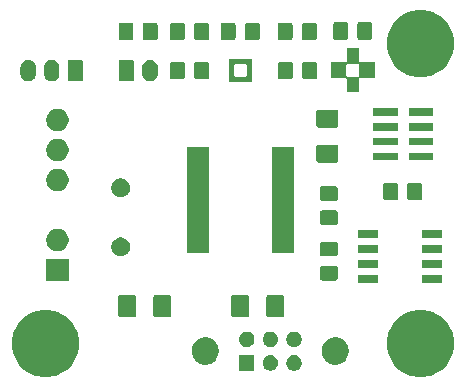
<source format=gts>
G04 #@! TF.GenerationSoftware,KiCad,Pcbnew,5.1.0*
G04 #@! TF.CreationDate,2019-04-18T22:06:34-04:00*
G04 #@! TF.ProjectId,sensors,73656e73-6f72-4732-9e6b-696361645f70,rev?*
G04 #@! TF.SameCoordinates,Original*
G04 #@! TF.FileFunction,Soldermask,Top*
G04 #@! TF.FilePolarity,Negative*
%FSLAX46Y46*%
G04 Gerber Fmt 4.6, Leading zero omitted, Abs format (unit mm)*
G04 Created by KiCad (PCBNEW 5.1.0) date 2019-04-18 22:06:34*
%MOMM*%
%LPD*%
G04 APERTURE LIST*
%ADD10C,0.100000*%
G04 APERTURE END LIST*
D10*
G36*
X162572958Y-88662236D02*
G01*
X162756548Y-88698754D01*
X162971447Y-88787769D01*
X163275359Y-88913653D01*
X163742279Y-89225639D01*
X164139361Y-89622721D01*
X164451347Y-90089641D01*
X164577231Y-90393553D01*
X164650108Y-90569491D01*
X164666246Y-90608453D01*
X164775800Y-91159219D01*
X164775800Y-91720781D01*
X164666246Y-92271547D01*
X164451347Y-92790359D01*
X164139361Y-93257279D01*
X163742279Y-93654361D01*
X163275359Y-93966347D01*
X162971447Y-94092231D01*
X162756548Y-94181246D01*
X162572958Y-94217764D01*
X162205781Y-94290800D01*
X161644219Y-94290800D01*
X161277042Y-94217764D01*
X161093452Y-94181246D01*
X160878553Y-94092231D01*
X160574641Y-93966347D01*
X160107721Y-93654361D01*
X159710639Y-93257279D01*
X159398653Y-92790359D01*
X159183754Y-92271547D01*
X159074200Y-91720781D01*
X159074200Y-91159219D01*
X159183754Y-90608453D01*
X159199893Y-90569491D01*
X159272769Y-90393553D01*
X159398653Y-90089641D01*
X159710639Y-89622721D01*
X160107721Y-89225639D01*
X160574641Y-88913653D01*
X160878553Y-88787769D01*
X161093452Y-88698754D01*
X161277042Y-88662236D01*
X161644219Y-88589200D01*
X162205781Y-88589200D01*
X162572958Y-88662236D01*
X162572958Y-88662236D01*
G37*
G36*
X130822958Y-88662236D02*
G01*
X131006548Y-88698754D01*
X131221447Y-88787769D01*
X131525359Y-88913653D01*
X131992279Y-89225639D01*
X132389361Y-89622721D01*
X132701347Y-90089641D01*
X132827231Y-90393553D01*
X132900108Y-90569491D01*
X132916246Y-90608453D01*
X133025800Y-91159219D01*
X133025800Y-91720781D01*
X132916246Y-92271547D01*
X132701347Y-92790359D01*
X132389361Y-93257279D01*
X131992279Y-93654361D01*
X131525359Y-93966347D01*
X131221447Y-94092231D01*
X131006548Y-94181246D01*
X130822958Y-94217764D01*
X130455781Y-94290800D01*
X129894219Y-94290800D01*
X129527042Y-94217764D01*
X129343452Y-94181246D01*
X129128553Y-94092231D01*
X128824641Y-93966347D01*
X128357721Y-93654361D01*
X127960639Y-93257279D01*
X127648653Y-92790359D01*
X127433754Y-92271547D01*
X127324200Y-91720781D01*
X127324200Y-91159219D01*
X127433754Y-90608453D01*
X127449893Y-90569491D01*
X127522769Y-90393553D01*
X127648653Y-90089641D01*
X127960639Y-89622721D01*
X128357721Y-89225639D01*
X128824641Y-88913653D01*
X129128553Y-88787769D01*
X129343452Y-88698754D01*
X129527042Y-88662236D01*
X129894219Y-88589200D01*
X130455781Y-88589200D01*
X130822958Y-88662236D01*
X130822958Y-88662236D01*
G37*
G36*
X149414830Y-92449209D02*
G01*
X149533271Y-92498269D01*
X149639858Y-92569488D01*
X149730512Y-92660142D01*
X149801731Y-92766729D01*
X149850791Y-92885170D01*
X149875800Y-93010900D01*
X149875800Y-93139100D01*
X149850791Y-93264830D01*
X149801731Y-93383271D01*
X149730512Y-93489858D01*
X149639858Y-93580512D01*
X149533271Y-93651731D01*
X149414830Y-93700791D01*
X149289100Y-93725800D01*
X149160900Y-93725800D01*
X149035170Y-93700791D01*
X148916729Y-93651731D01*
X148810142Y-93580512D01*
X148719488Y-93489858D01*
X148648269Y-93383271D01*
X148599209Y-93264830D01*
X148574200Y-93139100D01*
X148574200Y-93010900D01*
X148599209Y-92885170D01*
X148648269Y-92766729D01*
X148719488Y-92660142D01*
X148810142Y-92569488D01*
X148916729Y-92498269D01*
X149035170Y-92449209D01*
X149160900Y-92424200D01*
X149289100Y-92424200D01*
X149414830Y-92449209D01*
X149414830Y-92449209D01*
G37*
G36*
X147875800Y-93725800D02*
G01*
X146574200Y-93725800D01*
X146574200Y-92424200D01*
X147875800Y-92424200D01*
X147875800Y-93725800D01*
X147875800Y-93725800D01*
G37*
G36*
X151414830Y-92449209D02*
G01*
X151533271Y-92498269D01*
X151639858Y-92569488D01*
X151730512Y-92660142D01*
X151801731Y-92766729D01*
X151850791Y-92885170D01*
X151875800Y-93010900D01*
X151875800Y-93139100D01*
X151850791Y-93264830D01*
X151801731Y-93383271D01*
X151730512Y-93489858D01*
X151639858Y-93580512D01*
X151533271Y-93651731D01*
X151414830Y-93700791D01*
X151289100Y-93725800D01*
X151160900Y-93725800D01*
X151035170Y-93700791D01*
X150916729Y-93651731D01*
X150810142Y-93580512D01*
X150719488Y-93489858D01*
X150648269Y-93383271D01*
X150599209Y-93264830D01*
X150574200Y-93139100D01*
X150574200Y-93010900D01*
X150599209Y-92885170D01*
X150648269Y-92766729D01*
X150719488Y-92660142D01*
X150810142Y-92569488D01*
X150916729Y-92498269D01*
X151035170Y-92449209D01*
X151160900Y-92424200D01*
X151289100Y-92424200D01*
X151414830Y-92449209D01*
X151414830Y-92449209D01*
G37*
G36*
X155060675Y-90968424D02*
G01*
X155147425Y-91004357D01*
X155270108Y-91055174D01*
X155458592Y-91181115D01*
X155618885Y-91341408D01*
X155744826Y-91529892D01*
X155765792Y-91580509D01*
X155831576Y-91739325D01*
X155875800Y-91961655D01*
X155875800Y-92188345D01*
X155831576Y-92410675D01*
X155815614Y-92449210D01*
X155744826Y-92620108D01*
X155618885Y-92808592D01*
X155458592Y-92968885D01*
X155270108Y-93094826D01*
X155163225Y-93139098D01*
X155060675Y-93181576D01*
X154838345Y-93225800D01*
X154611655Y-93225800D01*
X154389325Y-93181576D01*
X154286775Y-93139098D01*
X154179892Y-93094826D01*
X153991408Y-92968885D01*
X153831115Y-92808592D01*
X153705174Y-92620108D01*
X153634386Y-92449210D01*
X153618424Y-92410675D01*
X153574200Y-92188345D01*
X153574200Y-91961655D01*
X153618424Y-91739325D01*
X153684208Y-91580509D01*
X153705174Y-91529892D01*
X153831115Y-91341408D01*
X153991408Y-91181115D01*
X154179892Y-91055174D01*
X154302575Y-91004357D01*
X154389325Y-90968424D01*
X154611655Y-90924200D01*
X154838345Y-90924200D01*
X155060675Y-90968424D01*
X155060675Y-90968424D01*
G37*
G36*
X144060675Y-90968424D02*
G01*
X144147425Y-91004357D01*
X144270108Y-91055174D01*
X144458592Y-91181115D01*
X144618885Y-91341408D01*
X144744826Y-91529892D01*
X144765792Y-91580509D01*
X144831576Y-91739325D01*
X144875800Y-91961655D01*
X144875800Y-92188345D01*
X144831576Y-92410675D01*
X144815614Y-92449210D01*
X144744826Y-92620108D01*
X144618885Y-92808592D01*
X144458592Y-92968885D01*
X144270108Y-93094826D01*
X144163225Y-93139098D01*
X144060675Y-93181576D01*
X143838345Y-93225800D01*
X143611655Y-93225800D01*
X143389325Y-93181576D01*
X143286775Y-93139098D01*
X143179892Y-93094826D01*
X142991408Y-92968885D01*
X142831115Y-92808592D01*
X142705174Y-92620108D01*
X142634386Y-92449210D01*
X142618424Y-92410675D01*
X142574200Y-92188345D01*
X142574200Y-91961655D01*
X142618424Y-91739325D01*
X142684208Y-91580509D01*
X142705174Y-91529892D01*
X142831115Y-91341408D01*
X142991408Y-91181115D01*
X143179892Y-91055174D01*
X143302575Y-91004357D01*
X143389325Y-90968424D01*
X143611655Y-90924200D01*
X143838345Y-90924200D01*
X144060675Y-90968424D01*
X144060675Y-90968424D01*
G37*
G36*
X149414830Y-90449209D02*
G01*
X149533271Y-90498269D01*
X149639858Y-90569488D01*
X149730512Y-90660142D01*
X149801731Y-90766729D01*
X149850791Y-90885170D01*
X149875800Y-91010900D01*
X149875800Y-91139100D01*
X149850791Y-91264830D01*
X149801731Y-91383271D01*
X149730512Y-91489858D01*
X149639858Y-91580512D01*
X149533271Y-91651731D01*
X149414830Y-91700791D01*
X149289100Y-91725800D01*
X149160900Y-91725800D01*
X149035170Y-91700791D01*
X148916729Y-91651731D01*
X148810142Y-91580512D01*
X148719488Y-91489858D01*
X148648269Y-91383271D01*
X148599209Y-91264830D01*
X148574200Y-91139100D01*
X148574200Y-91010900D01*
X148599209Y-90885170D01*
X148648269Y-90766729D01*
X148719488Y-90660142D01*
X148810142Y-90569488D01*
X148916729Y-90498269D01*
X149035170Y-90449209D01*
X149160900Y-90424200D01*
X149289100Y-90424200D01*
X149414830Y-90449209D01*
X149414830Y-90449209D01*
G37*
G36*
X151414830Y-90449209D02*
G01*
X151533271Y-90498269D01*
X151639858Y-90569488D01*
X151730512Y-90660142D01*
X151801731Y-90766729D01*
X151850791Y-90885170D01*
X151875800Y-91010900D01*
X151875800Y-91139100D01*
X151850791Y-91264830D01*
X151801731Y-91383271D01*
X151730512Y-91489858D01*
X151639858Y-91580512D01*
X151533271Y-91651731D01*
X151414830Y-91700791D01*
X151289100Y-91725800D01*
X151160900Y-91725800D01*
X151035170Y-91700791D01*
X150916729Y-91651731D01*
X150810142Y-91580512D01*
X150719488Y-91489858D01*
X150648269Y-91383271D01*
X150599209Y-91264830D01*
X150574200Y-91139100D01*
X150574200Y-91010900D01*
X150599209Y-90885170D01*
X150648269Y-90766729D01*
X150719488Y-90660142D01*
X150810142Y-90569488D01*
X150916729Y-90498269D01*
X151035170Y-90449209D01*
X151160900Y-90424200D01*
X151289100Y-90424200D01*
X151414830Y-90449209D01*
X151414830Y-90449209D01*
G37*
G36*
X147414830Y-90449209D02*
G01*
X147533271Y-90498269D01*
X147639858Y-90569488D01*
X147730512Y-90660142D01*
X147801731Y-90766729D01*
X147850791Y-90885170D01*
X147875800Y-91010900D01*
X147875800Y-91139100D01*
X147850791Y-91264830D01*
X147801731Y-91383271D01*
X147730512Y-91489858D01*
X147639858Y-91580512D01*
X147533271Y-91651731D01*
X147414830Y-91700791D01*
X147289100Y-91725800D01*
X147160900Y-91725800D01*
X147035170Y-91700791D01*
X146916729Y-91651731D01*
X146810142Y-91580512D01*
X146719488Y-91489858D01*
X146648269Y-91383271D01*
X146599209Y-91264830D01*
X146574200Y-91139100D01*
X146574200Y-91010900D01*
X146599209Y-90885170D01*
X146648269Y-90766729D01*
X146719488Y-90660142D01*
X146810142Y-90569488D01*
X146916729Y-90498269D01*
X147035170Y-90449209D01*
X147160900Y-90424200D01*
X147289100Y-90424200D01*
X147414830Y-90449209D01*
X147414830Y-90449209D01*
G37*
G36*
X140693919Y-87343380D02*
G01*
X140728822Y-87353969D01*
X140760996Y-87371166D01*
X140789194Y-87394306D01*
X140812334Y-87422504D01*
X140829531Y-87454678D01*
X140840120Y-87489581D01*
X140844300Y-87532025D01*
X140844300Y-88997975D01*
X140840120Y-89040419D01*
X140829531Y-89075322D01*
X140812334Y-89107496D01*
X140789194Y-89135694D01*
X140760996Y-89158834D01*
X140728822Y-89176031D01*
X140693919Y-89186620D01*
X140651475Y-89190800D01*
X139510525Y-89190800D01*
X139468081Y-89186620D01*
X139433178Y-89176031D01*
X139401004Y-89158834D01*
X139372806Y-89135694D01*
X139349666Y-89107496D01*
X139332469Y-89075322D01*
X139321880Y-89040419D01*
X139317700Y-88997975D01*
X139317700Y-87532025D01*
X139321880Y-87489581D01*
X139332469Y-87454678D01*
X139349666Y-87422504D01*
X139372806Y-87394306D01*
X139401004Y-87371166D01*
X139433178Y-87353969D01*
X139468081Y-87343380D01*
X139510525Y-87339200D01*
X140651475Y-87339200D01*
X140693919Y-87343380D01*
X140693919Y-87343380D01*
G37*
G36*
X137718919Y-87343380D02*
G01*
X137753822Y-87353969D01*
X137785996Y-87371166D01*
X137814194Y-87394306D01*
X137837334Y-87422504D01*
X137854531Y-87454678D01*
X137865120Y-87489581D01*
X137869300Y-87532025D01*
X137869300Y-88997975D01*
X137865120Y-89040419D01*
X137854531Y-89075322D01*
X137837334Y-89107496D01*
X137814194Y-89135694D01*
X137785996Y-89158834D01*
X137753822Y-89176031D01*
X137718919Y-89186620D01*
X137676475Y-89190800D01*
X136535525Y-89190800D01*
X136493081Y-89186620D01*
X136458178Y-89176031D01*
X136426004Y-89158834D01*
X136397806Y-89135694D01*
X136374666Y-89107496D01*
X136357469Y-89075322D01*
X136346880Y-89040419D01*
X136342700Y-88997975D01*
X136342700Y-87532025D01*
X136346880Y-87489581D01*
X136357469Y-87454678D01*
X136374666Y-87422504D01*
X136397806Y-87394306D01*
X136426004Y-87371166D01*
X136458178Y-87353969D01*
X136493081Y-87343380D01*
X136535525Y-87339200D01*
X137676475Y-87339200D01*
X137718919Y-87343380D01*
X137718919Y-87343380D01*
G37*
G36*
X147294719Y-87343380D02*
G01*
X147329622Y-87353969D01*
X147361796Y-87371166D01*
X147389994Y-87394306D01*
X147413134Y-87422504D01*
X147430331Y-87454678D01*
X147440920Y-87489581D01*
X147445100Y-87532025D01*
X147445100Y-88997975D01*
X147440920Y-89040419D01*
X147430331Y-89075322D01*
X147413134Y-89107496D01*
X147389994Y-89135694D01*
X147361796Y-89158834D01*
X147329622Y-89176031D01*
X147294719Y-89186620D01*
X147252275Y-89190800D01*
X146111325Y-89190800D01*
X146068881Y-89186620D01*
X146033978Y-89176031D01*
X146001804Y-89158834D01*
X145973606Y-89135694D01*
X145950466Y-89107496D01*
X145933269Y-89075322D01*
X145922680Y-89040419D01*
X145918500Y-88997975D01*
X145918500Y-87532025D01*
X145922680Y-87489581D01*
X145933269Y-87454678D01*
X145950466Y-87422504D01*
X145973606Y-87394306D01*
X146001804Y-87371166D01*
X146033978Y-87353969D01*
X146068881Y-87343380D01*
X146111325Y-87339200D01*
X147252275Y-87339200D01*
X147294719Y-87343380D01*
X147294719Y-87343380D01*
G37*
G36*
X150269719Y-87343380D02*
G01*
X150304622Y-87353969D01*
X150336796Y-87371166D01*
X150364994Y-87394306D01*
X150388134Y-87422504D01*
X150405331Y-87454678D01*
X150415920Y-87489581D01*
X150420100Y-87532025D01*
X150420100Y-88997975D01*
X150415920Y-89040419D01*
X150405331Y-89075322D01*
X150388134Y-89107496D01*
X150364994Y-89135694D01*
X150336796Y-89158834D01*
X150304622Y-89176031D01*
X150269719Y-89186620D01*
X150227275Y-89190800D01*
X149086325Y-89190800D01*
X149043881Y-89186620D01*
X149008978Y-89176031D01*
X148976804Y-89158834D01*
X148948606Y-89135694D01*
X148925466Y-89107496D01*
X148908269Y-89075322D01*
X148897680Y-89040419D01*
X148893500Y-88997975D01*
X148893500Y-87532025D01*
X148897680Y-87489581D01*
X148908269Y-87454678D01*
X148925466Y-87422504D01*
X148948606Y-87394306D01*
X148976804Y-87371166D01*
X149008978Y-87353969D01*
X149043881Y-87343380D01*
X149086325Y-87339200D01*
X150227275Y-87339200D01*
X150269719Y-87343380D01*
X150269719Y-87343380D01*
G37*
G36*
X163731200Y-86304400D02*
G01*
X162079600Y-86304400D01*
X162079600Y-85602800D01*
X163731200Y-85602800D01*
X163731200Y-86304400D01*
X163731200Y-86304400D01*
G37*
G36*
X158331200Y-86304400D02*
G01*
X156679600Y-86304400D01*
X156679600Y-85602800D01*
X158331200Y-85602800D01*
X158331200Y-86304400D01*
X158331200Y-86304400D01*
G37*
G36*
X132141800Y-86167800D02*
G01*
X130240200Y-86167800D01*
X130240200Y-84266200D01*
X132141800Y-84266200D01*
X132141800Y-86167800D01*
X132141800Y-86167800D01*
G37*
G36*
X154766544Y-84858663D02*
G01*
X154804220Y-84870092D01*
X154838941Y-84888651D01*
X154869374Y-84913626D01*
X154894349Y-84944059D01*
X154912908Y-84978780D01*
X154924337Y-85016456D01*
X154928800Y-85061772D01*
X154928800Y-85898228D01*
X154924337Y-85943544D01*
X154912908Y-85981220D01*
X154894349Y-86015941D01*
X154869374Y-86046374D01*
X154838941Y-86071349D01*
X154804220Y-86089908D01*
X154766544Y-86101337D01*
X154721228Y-86105800D01*
X153634772Y-86105800D01*
X153589456Y-86101337D01*
X153551780Y-86089908D01*
X153517059Y-86071349D01*
X153486626Y-86046374D01*
X153461651Y-86015941D01*
X153443092Y-85981220D01*
X153431663Y-85943544D01*
X153427200Y-85898228D01*
X153427200Y-85061772D01*
X153431663Y-85016456D01*
X153443092Y-84978780D01*
X153461651Y-84944059D01*
X153486626Y-84913626D01*
X153517059Y-84888651D01*
X153551780Y-84870092D01*
X153589456Y-84858663D01*
X153634772Y-84854200D01*
X154721228Y-84854200D01*
X154766544Y-84858663D01*
X154766544Y-84858663D01*
G37*
G36*
X158331200Y-85034400D02*
G01*
X156679600Y-85034400D01*
X156679600Y-84332800D01*
X158331200Y-84332800D01*
X158331200Y-85034400D01*
X158331200Y-85034400D01*
G37*
G36*
X163731200Y-85034400D02*
G01*
X162079600Y-85034400D01*
X162079600Y-84332800D01*
X163731200Y-84332800D01*
X163731200Y-85034400D01*
X163731200Y-85034400D01*
G37*
G36*
X136783985Y-82491174D02*
G01*
X136929721Y-82551540D01*
X137060880Y-82639178D01*
X137172422Y-82750720D01*
X137247864Y-82863626D01*
X137260061Y-82881881D01*
X137320426Y-83027615D01*
X137340269Y-83127371D01*
X137351200Y-83182328D01*
X137351200Y-83340072D01*
X137320426Y-83494785D01*
X137260060Y-83640521D01*
X137172422Y-83771680D01*
X137060880Y-83883222D01*
X136929721Y-83970860D01*
X136929720Y-83970861D01*
X136929719Y-83970861D01*
X136783985Y-84031226D01*
X136629273Y-84062000D01*
X136471527Y-84062000D01*
X136316815Y-84031226D01*
X136171081Y-83970861D01*
X136171080Y-83970861D01*
X136171079Y-83970860D01*
X136039920Y-83883222D01*
X135928378Y-83771680D01*
X135840740Y-83640521D01*
X135780374Y-83494785D01*
X135749600Y-83340072D01*
X135749600Y-83182328D01*
X135760532Y-83127371D01*
X135780374Y-83027615D01*
X135840739Y-82881881D01*
X135852937Y-82863626D01*
X135928378Y-82750720D01*
X136039920Y-82639178D01*
X136171079Y-82551540D01*
X136316815Y-82491174D01*
X136471527Y-82460400D01*
X136629273Y-82460400D01*
X136783985Y-82491174D01*
X136783985Y-82491174D01*
G37*
G36*
X154766544Y-82808663D02*
G01*
X154804220Y-82820092D01*
X154838941Y-82838651D01*
X154869374Y-82863626D01*
X154894349Y-82894059D01*
X154912908Y-82928780D01*
X154924337Y-82966456D01*
X154928800Y-83011772D01*
X154928800Y-83848228D01*
X154924337Y-83893544D01*
X154912908Y-83931220D01*
X154894349Y-83965941D01*
X154869374Y-83996374D01*
X154838941Y-84021349D01*
X154804220Y-84039908D01*
X154766544Y-84051337D01*
X154721228Y-84055800D01*
X153634772Y-84055800D01*
X153589456Y-84051337D01*
X153551780Y-84039908D01*
X153517059Y-84021349D01*
X153486626Y-83996374D01*
X153461651Y-83965941D01*
X153443092Y-83931220D01*
X153431663Y-83893544D01*
X153427200Y-83848228D01*
X153427200Y-83011772D01*
X153431663Y-82966456D01*
X153443092Y-82928780D01*
X153461651Y-82894059D01*
X153486626Y-82863626D01*
X153517059Y-82838651D01*
X153551780Y-82820092D01*
X153589456Y-82808663D01*
X153634772Y-82804200D01*
X154721228Y-82804200D01*
X154766544Y-82808663D01*
X154766544Y-82808663D01*
G37*
G36*
X151236200Y-83799600D02*
G01*
X149384600Y-83799600D01*
X149384600Y-74798000D01*
X151236200Y-74798000D01*
X151236200Y-83799600D01*
X151236200Y-83799600D01*
G37*
G36*
X144036200Y-83799600D02*
G01*
X142184600Y-83799600D01*
X142184600Y-74798000D01*
X144036200Y-74798000D01*
X144036200Y-83799600D01*
X144036200Y-83799600D01*
G37*
G36*
X158331200Y-83764400D02*
G01*
X156679600Y-83764400D01*
X156679600Y-83062800D01*
X158331200Y-83062800D01*
X158331200Y-83764400D01*
X158331200Y-83764400D01*
G37*
G36*
X163731200Y-83764400D02*
G01*
X162079600Y-83764400D01*
X162079600Y-83062800D01*
X163731200Y-83062800D01*
X163731200Y-83764400D01*
X163731200Y-83764400D01*
G37*
G36*
X131468338Y-81762738D02*
G01*
X131641373Y-81834412D01*
X131797100Y-81938465D01*
X131929535Y-82070900D01*
X132033588Y-82226627D01*
X132105262Y-82399662D01*
X132141800Y-82583354D01*
X132141800Y-82770646D01*
X132105262Y-82954338D01*
X132033588Y-83127373D01*
X131929535Y-83283100D01*
X131797100Y-83415535D01*
X131641373Y-83519588D01*
X131468338Y-83591262D01*
X131284646Y-83627800D01*
X131097354Y-83627800D01*
X130913662Y-83591262D01*
X130740627Y-83519588D01*
X130584900Y-83415535D01*
X130452465Y-83283100D01*
X130348412Y-83127373D01*
X130276738Y-82954338D01*
X130240200Y-82770646D01*
X130240200Y-82583354D01*
X130276738Y-82399662D01*
X130348412Y-82226627D01*
X130452465Y-82070900D01*
X130584900Y-81938465D01*
X130740627Y-81834412D01*
X130913662Y-81762738D01*
X131097354Y-81726200D01*
X131284646Y-81726200D01*
X131468338Y-81762738D01*
X131468338Y-81762738D01*
G37*
G36*
X163731200Y-82494400D02*
G01*
X162079600Y-82494400D01*
X162079600Y-81792800D01*
X163731200Y-81792800D01*
X163731200Y-82494400D01*
X163731200Y-82494400D01*
G37*
G36*
X158331200Y-82494400D02*
G01*
X156679600Y-82494400D01*
X156679600Y-81792800D01*
X158331200Y-81792800D01*
X158331200Y-82494400D01*
X158331200Y-82494400D01*
G37*
G36*
X154766544Y-80168663D02*
G01*
X154804220Y-80180092D01*
X154838941Y-80198651D01*
X154869374Y-80223626D01*
X154894349Y-80254059D01*
X154912908Y-80288780D01*
X154924337Y-80326456D01*
X154928800Y-80371772D01*
X154928800Y-81208228D01*
X154924337Y-81253544D01*
X154912908Y-81291220D01*
X154894349Y-81325941D01*
X154869374Y-81356374D01*
X154838941Y-81381349D01*
X154804220Y-81399908D01*
X154766544Y-81411337D01*
X154721228Y-81415800D01*
X153634772Y-81415800D01*
X153589456Y-81411337D01*
X153551780Y-81399908D01*
X153517059Y-81381349D01*
X153486626Y-81356374D01*
X153461651Y-81325941D01*
X153443092Y-81291220D01*
X153431663Y-81253544D01*
X153427200Y-81208228D01*
X153427200Y-80371772D01*
X153431663Y-80326456D01*
X153443092Y-80288780D01*
X153461651Y-80254059D01*
X153486626Y-80223626D01*
X153517059Y-80198651D01*
X153551780Y-80180092D01*
X153589456Y-80168663D01*
X153634772Y-80164200D01*
X154721228Y-80164200D01*
X154766544Y-80168663D01*
X154766544Y-80168663D01*
G37*
G36*
X154766544Y-78118663D02*
G01*
X154804220Y-78130092D01*
X154838941Y-78148651D01*
X154869374Y-78173626D01*
X154894349Y-78204059D01*
X154912908Y-78238780D01*
X154924337Y-78276456D01*
X154928800Y-78321772D01*
X154928800Y-79158228D01*
X154924337Y-79203544D01*
X154912908Y-79241220D01*
X154894349Y-79275941D01*
X154869374Y-79306374D01*
X154838941Y-79331349D01*
X154804220Y-79349908D01*
X154766544Y-79361337D01*
X154721228Y-79365800D01*
X153634772Y-79365800D01*
X153589456Y-79361337D01*
X153551780Y-79349908D01*
X153517059Y-79331349D01*
X153486626Y-79306374D01*
X153461651Y-79275941D01*
X153443092Y-79241220D01*
X153431663Y-79203544D01*
X153427200Y-79158228D01*
X153427200Y-78321772D01*
X153431663Y-78276456D01*
X153443092Y-78238780D01*
X153461651Y-78204059D01*
X153486626Y-78173626D01*
X153517059Y-78148651D01*
X153551780Y-78130092D01*
X153589456Y-78118663D01*
X153634772Y-78114200D01*
X154721228Y-78114200D01*
X154766544Y-78118663D01*
X154766544Y-78118663D01*
G37*
G36*
X161914944Y-77815863D02*
G01*
X161952620Y-77827292D01*
X161987341Y-77845851D01*
X162017774Y-77870826D01*
X162042749Y-77901259D01*
X162061308Y-77935980D01*
X162072737Y-77973656D01*
X162077200Y-78018972D01*
X162077200Y-79105428D01*
X162072737Y-79150744D01*
X162061308Y-79188420D01*
X162042749Y-79223141D01*
X162017774Y-79253574D01*
X161987341Y-79278549D01*
X161952620Y-79297108D01*
X161914944Y-79308537D01*
X161869628Y-79313000D01*
X161033172Y-79313000D01*
X160987856Y-79308537D01*
X160950180Y-79297108D01*
X160915459Y-79278549D01*
X160885026Y-79253574D01*
X160860051Y-79223141D01*
X160841492Y-79188420D01*
X160830063Y-79150744D01*
X160825600Y-79105428D01*
X160825600Y-78018972D01*
X160830063Y-77973656D01*
X160841492Y-77935980D01*
X160860051Y-77901259D01*
X160885026Y-77870826D01*
X160915459Y-77845851D01*
X160950180Y-77827292D01*
X160987856Y-77815863D01*
X161033172Y-77811400D01*
X161869628Y-77811400D01*
X161914944Y-77815863D01*
X161914944Y-77815863D01*
G37*
G36*
X159864944Y-77815863D02*
G01*
X159902620Y-77827292D01*
X159937341Y-77845851D01*
X159967774Y-77870826D01*
X159992749Y-77901259D01*
X160011308Y-77935980D01*
X160022737Y-77973656D01*
X160027200Y-78018972D01*
X160027200Y-79105428D01*
X160022737Y-79150744D01*
X160011308Y-79188420D01*
X159992749Y-79223141D01*
X159967774Y-79253574D01*
X159937341Y-79278549D01*
X159902620Y-79297108D01*
X159864944Y-79308537D01*
X159819628Y-79313000D01*
X158983172Y-79313000D01*
X158937856Y-79308537D01*
X158900180Y-79297108D01*
X158865459Y-79278549D01*
X158835026Y-79253574D01*
X158810051Y-79223141D01*
X158791492Y-79188420D01*
X158780063Y-79150744D01*
X158775600Y-79105428D01*
X158775600Y-78018972D01*
X158780063Y-77973656D01*
X158791492Y-77935980D01*
X158810051Y-77901259D01*
X158835026Y-77870826D01*
X158865459Y-77845851D01*
X158900180Y-77827292D01*
X158937856Y-77815863D01*
X158983172Y-77811400D01*
X159819628Y-77811400D01*
X159864944Y-77815863D01*
X159864944Y-77815863D01*
G37*
G36*
X136783985Y-77491174D02*
G01*
X136929721Y-77551540D01*
X137060880Y-77639178D01*
X137172422Y-77750720D01*
X137255021Y-77874337D01*
X137260061Y-77881881D01*
X137288111Y-77949600D01*
X137320426Y-78027615D01*
X137351200Y-78182328D01*
X137351200Y-78340072D01*
X137320426Y-78494785D01*
X137260060Y-78640521D01*
X137172422Y-78771680D01*
X137060880Y-78883222D01*
X136929721Y-78970860D01*
X136929720Y-78970861D01*
X136929719Y-78970861D01*
X136783985Y-79031226D01*
X136629273Y-79062000D01*
X136471527Y-79062000D01*
X136316815Y-79031226D01*
X136171081Y-78970861D01*
X136171080Y-78970861D01*
X136171079Y-78970860D01*
X136039920Y-78883222D01*
X135928378Y-78771680D01*
X135840740Y-78640521D01*
X135780374Y-78494785D01*
X135749600Y-78340072D01*
X135749600Y-78182328D01*
X135780374Y-78027615D01*
X135812689Y-77949600D01*
X135840739Y-77881881D01*
X135845780Y-77874337D01*
X135928378Y-77750720D01*
X136039920Y-77639178D01*
X136171079Y-77551540D01*
X136316815Y-77491174D01*
X136471527Y-77460400D01*
X136629273Y-77460400D01*
X136783985Y-77491174D01*
X136783985Y-77491174D01*
G37*
G36*
X131468338Y-76682738D02*
G01*
X131641373Y-76754412D01*
X131797100Y-76858465D01*
X131929535Y-76990900D01*
X132033588Y-77146627D01*
X132105262Y-77319662D01*
X132141800Y-77503354D01*
X132141800Y-77690646D01*
X132105262Y-77874338D01*
X132033588Y-78047373D01*
X131929535Y-78203100D01*
X131797100Y-78335535D01*
X131641373Y-78439588D01*
X131468338Y-78511262D01*
X131284646Y-78547800D01*
X131097354Y-78547800D01*
X130913662Y-78511262D01*
X130740627Y-78439588D01*
X130584900Y-78335535D01*
X130452465Y-78203100D01*
X130348412Y-78047373D01*
X130276738Y-77874338D01*
X130240200Y-77690646D01*
X130240200Y-77503354D01*
X130276738Y-77319662D01*
X130348412Y-77146627D01*
X130452465Y-76990900D01*
X130584900Y-76858465D01*
X130740627Y-76754412D01*
X130913662Y-76682738D01*
X131097354Y-76646200D01*
X131284646Y-76646200D01*
X131468338Y-76682738D01*
X131468338Y-76682738D01*
G37*
G36*
X154826419Y-74605880D02*
G01*
X154861322Y-74616469D01*
X154893496Y-74633666D01*
X154921694Y-74656806D01*
X154944834Y-74685004D01*
X154962031Y-74717178D01*
X154972620Y-74752081D01*
X154976800Y-74794525D01*
X154976800Y-75935475D01*
X154972620Y-75977919D01*
X154962031Y-76012822D01*
X154944834Y-76044996D01*
X154921694Y-76073194D01*
X154893496Y-76096334D01*
X154861322Y-76113531D01*
X154826419Y-76124120D01*
X154783975Y-76128300D01*
X153318025Y-76128300D01*
X153275581Y-76124120D01*
X153240678Y-76113531D01*
X153208504Y-76096334D01*
X153180306Y-76073194D01*
X153157166Y-76044996D01*
X153139969Y-76012822D01*
X153129380Y-75977919D01*
X153125200Y-75935475D01*
X153125200Y-74794525D01*
X153129380Y-74752081D01*
X153139969Y-74717178D01*
X153157166Y-74685004D01*
X153180306Y-74656806D01*
X153208504Y-74633666D01*
X153240678Y-74616469D01*
X153275581Y-74605880D01*
X153318025Y-74601700D01*
X154783975Y-74601700D01*
X154826419Y-74605880D01*
X154826419Y-74605880D01*
G37*
G36*
X131468338Y-74142738D02*
G01*
X131641373Y-74214412D01*
X131797100Y-74318465D01*
X131929535Y-74450900D01*
X132033588Y-74606627D01*
X132105262Y-74779662D01*
X132141800Y-74963354D01*
X132141800Y-75150646D01*
X132105262Y-75334338D01*
X132033588Y-75507373D01*
X131929535Y-75663100D01*
X131797100Y-75795535D01*
X131641373Y-75899588D01*
X131468338Y-75971262D01*
X131284646Y-76007800D01*
X131097354Y-76007800D01*
X130913662Y-75971262D01*
X130740627Y-75899588D01*
X130584900Y-75795535D01*
X130452465Y-75663100D01*
X130348412Y-75507373D01*
X130276738Y-75334338D01*
X130240200Y-75150646D01*
X130240200Y-74963354D01*
X130276738Y-74779662D01*
X130348412Y-74606627D01*
X130452465Y-74450900D01*
X130584900Y-74318465D01*
X130740627Y-74214412D01*
X130913662Y-74142738D01*
X131097354Y-74106200D01*
X131284646Y-74106200D01*
X131468338Y-74142738D01*
X131468338Y-74142738D01*
G37*
G36*
X160026600Y-75922400D02*
G01*
X157925000Y-75922400D01*
X157925000Y-75290800D01*
X160026600Y-75290800D01*
X160026600Y-75922400D01*
X160026600Y-75922400D01*
G37*
G36*
X163026600Y-75922400D02*
G01*
X160925000Y-75922400D01*
X160925000Y-75290800D01*
X163026600Y-75290800D01*
X163026600Y-75922400D01*
X163026600Y-75922400D01*
G37*
G36*
X160026600Y-74672400D02*
G01*
X157925000Y-74672400D01*
X157925000Y-74040800D01*
X160026600Y-74040800D01*
X160026600Y-74672400D01*
X160026600Y-74672400D01*
G37*
G36*
X163026600Y-74672400D02*
G01*
X160925000Y-74672400D01*
X160925000Y-74040800D01*
X163026600Y-74040800D01*
X163026600Y-74672400D01*
X163026600Y-74672400D01*
G37*
G36*
X131468338Y-71602738D02*
G01*
X131641373Y-71674412D01*
X131797100Y-71778465D01*
X131929535Y-71910900D01*
X132033588Y-72066627D01*
X132105262Y-72239662D01*
X132141800Y-72423354D01*
X132141800Y-72610646D01*
X132105262Y-72794338D01*
X132033588Y-72967373D01*
X131929535Y-73123100D01*
X131797100Y-73255535D01*
X131641373Y-73359588D01*
X131468338Y-73431262D01*
X131284646Y-73467800D01*
X131097354Y-73467800D01*
X130913662Y-73431262D01*
X130740627Y-73359588D01*
X130584900Y-73255535D01*
X130452465Y-73123100D01*
X130348412Y-72967373D01*
X130276738Y-72794338D01*
X130240200Y-72610646D01*
X130240200Y-72423354D01*
X130276738Y-72239662D01*
X130348412Y-72066627D01*
X130452465Y-71910900D01*
X130584900Y-71778465D01*
X130740627Y-71674412D01*
X130913662Y-71602738D01*
X131097354Y-71566200D01*
X131284646Y-71566200D01*
X131468338Y-71602738D01*
X131468338Y-71602738D01*
G37*
G36*
X163026600Y-73422400D02*
G01*
X160925000Y-73422400D01*
X160925000Y-72790800D01*
X163026600Y-72790800D01*
X163026600Y-73422400D01*
X163026600Y-73422400D01*
G37*
G36*
X160026600Y-73422400D02*
G01*
X157925000Y-73422400D01*
X157925000Y-72790800D01*
X160026600Y-72790800D01*
X160026600Y-73422400D01*
X160026600Y-73422400D01*
G37*
G36*
X154826419Y-71630880D02*
G01*
X154861322Y-71641469D01*
X154893496Y-71658666D01*
X154921694Y-71681806D01*
X154944834Y-71710004D01*
X154962031Y-71742178D01*
X154972620Y-71777081D01*
X154976800Y-71819525D01*
X154976800Y-72960475D01*
X154972620Y-73002919D01*
X154962031Y-73037822D01*
X154944834Y-73069996D01*
X154921694Y-73098194D01*
X154893496Y-73121334D01*
X154861322Y-73138531D01*
X154826419Y-73149120D01*
X154783975Y-73153300D01*
X153318025Y-73153300D01*
X153275581Y-73149120D01*
X153240678Y-73138531D01*
X153208504Y-73121334D01*
X153180306Y-73098194D01*
X153157166Y-73069996D01*
X153139969Y-73037822D01*
X153129380Y-73002919D01*
X153125200Y-72960475D01*
X153125200Y-71819525D01*
X153129380Y-71777081D01*
X153139969Y-71742178D01*
X153157166Y-71710004D01*
X153180306Y-71681806D01*
X153208504Y-71658666D01*
X153240678Y-71641469D01*
X153275581Y-71630880D01*
X153318025Y-71626700D01*
X154783975Y-71626700D01*
X154826419Y-71630880D01*
X154826419Y-71630880D01*
G37*
G36*
X160026600Y-72172400D02*
G01*
X157925000Y-72172400D01*
X157925000Y-71540800D01*
X160026600Y-71540800D01*
X160026600Y-72172400D01*
X160026600Y-72172400D01*
G37*
G36*
X163026600Y-72172400D02*
G01*
X160925000Y-72172400D01*
X160925000Y-71540800D01*
X163026600Y-71540800D01*
X163026600Y-72172400D01*
X163026600Y-72172400D01*
G37*
G36*
X156710800Y-67493601D02*
G01*
X156713202Y-67517987D01*
X156720315Y-67541436D01*
X156731866Y-67563047D01*
X156747411Y-67581989D01*
X156766353Y-67597534D01*
X156787964Y-67609085D01*
X156811413Y-67616198D01*
X156835799Y-67618600D01*
X158060800Y-67618600D01*
X158060800Y-68970200D01*
X156835799Y-68970200D01*
X156811413Y-68972602D01*
X156787964Y-68979715D01*
X156766353Y-68991266D01*
X156747411Y-69006811D01*
X156731866Y-69025753D01*
X156720315Y-69047364D01*
X156713202Y-69070813D01*
X156710800Y-69095199D01*
X156710800Y-70145200D01*
X155709200Y-70145200D01*
X155709200Y-69095199D01*
X155706798Y-69070813D01*
X155699685Y-69047364D01*
X155688134Y-69025753D01*
X155672589Y-69006811D01*
X155653647Y-68991266D01*
X155632036Y-68979715D01*
X155608587Y-68972602D01*
X155584201Y-68970200D01*
X154359200Y-68970200D01*
X154359200Y-67870199D01*
X155660800Y-67870199D01*
X155660800Y-68718601D01*
X155663202Y-68742987D01*
X155670315Y-68766436D01*
X155681866Y-68788047D01*
X155697411Y-68806989D01*
X155716353Y-68822534D01*
X155737964Y-68834085D01*
X155761413Y-68841198D01*
X155785799Y-68843600D01*
X156634201Y-68843600D01*
X156658587Y-68841198D01*
X156682036Y-68834085D01*
X156703647Y-68822534D01*
X156722589Y-68806989D01*
X156738134Y-68788047D01*
X156749685Y-68766436D01*
X156756798Y-68742987D01*
X156759200Y-68718601D01*
X156759200Y-67870199D01*
X156756798Y-67845813D01*
X156749685Y-67822364D01*
X156738134Y-67800753D01*
X156722589Y-67781811D01*
X156703647Y-67766266D01*
X156682036Y-67754715D01*
X156658587Y-67747602D01*
X156634201Y-67745200D01*
X155785799Y-67745200D01*
X155761413Y-67747602D01*
X155737964Y-67754715D01*
X155716353Y-67766266D01*
X155697411Y-67781811D01*
X155681866Y-67800753D01*
X155670315Y-67822364D01*
X155663202Y-67845813D01*
X155660800Y-67870199D01*
X154359200Y-67870199D01*
X154359200Y-67618600D01*
X155584201Y-67618600D01*
X155608587Y-67616198D01*
X155632036Y-67609085D01*
X155653647Y-67597534D01*
X155672589Y-67581989D01*
X155688134Y-67563047D01*
X155699685Y-67541436D01*
X155706798Y-67517987D01*
X155709200Y-67493601D01*
X155709200Y-66443600D01*
X156710800Y-66443600D01*
X156710800Y-67493601D01*
X156710800Y-67493601D01*
G37*
G36*
X147660300Y-67721201D02*
G01*
X147662702Y-67745587D01*
X147669815Y-67769036D01*
X147681366Y-67790647D01*
X147685300Y-67795441D01*
X147685300Y-68848559D01*
X147681366Y-68853353D01*
X147669815Y-68874964D01*
X147662702Y-68898413D01*
X147660300Y-68922799D01*
X147660300Y-69322800D01*
X145708700Y-69322800D01*
X145708700Y-68922799D01*
X145706298Y-68898413D01*
X145699185Y-68874964D01*
X145687634Y-68853353D01*
X145683700Y-68848559D01*
X145683700Y-67922799D01*
X146160300Y-67922799D01*
X146160300Y-68721201D01*
X146162702Y-68745587D01*
X146169815Y-68769036D01*
X146181366Y-68790647D01*
X146196911Y-68809589D01*
X146215853Y-68825134D01*
X146237464Y-68836685D01*
X146260913Y-68843798D01*
X146285299Y-68846200D01*
X147083701Y-68846200D01*
X147108087Y-68843798D01*
X147131536Y-68836685D01*
X147153147Y-68825134D01*
X147172089Y-68809589D01*
X147187634Y-68790647D01*
X147199185Y-68769036D01*
X147206298Y-68745587D01*
X147208700Y-68721201D01*
X147208700Y-67922799D01*
X147206298Y-67898413D01*
X147199185Y-67874964D01*
X147187634Y-67853353D01*
X147172089Y-67834411D01*
X147153147Y-67818866D01*
X147131536Y-67807315D01*
X147108087Y-67800202D01*
X147083701Y-67797800D01*
X146285299Y-67797800D01*
X146260913Y-67800202D01*
X146237464Y-67807315D01*
X146215853Y-67818866D01*
X146196911Y-67834411D01*
X146181366Y-67853353D01*
X146169815Y-67874964D01*
X146162702Y-67898413D01*
X146160300Y-67922799D01*
X145683700Y-67922799D01*
X145683700Y-67795441D01*
X145687634Y-67790647D01*
X145699185Y-67769036D01*
X145706298Y-67745587D01*
X145708700Y-67721201D01*
X145708700Y-67321200D01*
X147660300Y-67321200D01*
X147660300Y-67721201D01*
X147660300Y-67721201D01*
G37*
G36*
X139160578Y-67409617D02*
G01*
X139241332Y-67434114D01*
X139283257Y-67446832D01*
X139396312Y-67507261D01*
X139495412Y-67588589D01*
X139576739Y-67687687D01*
X139637168Y-67800742D01*
X139637169Y-67800745D01*
X139674383Y-67923421D01*
X139683800Y-68019037D01*
X139683800Y-68632963D01*
X139674383Y-68728579D01*
X139641589Y-68836685D01*
X139637168Y-68851258D01*
X139576739Y-68964313D01*
X139495412Y-69063412D01*
X139396313Y-69144739D01*
X139283258Y-69205168D01*
X139283255Y-69205169D01*
X139160579Y-69242383D01*
X139033000Y-69254948D01*
X138905422Y-69242383D01*
X138782746Y-69205169D01*
X138782743Y-69205168D01*
X138669688Y-69144739D01*
X138570589Y-69063412D01*
X138489263Y-68964315D01*
X138489262Y-68964313D01*
X138449968Y-68890800D01*
X138428831Y-68851256D01*
X138412615Y-68797800D01*
X138391617Y-68728579D01*
X138382200Y-68632963D01*
X138382200Y-68019038D01*
X138391617Y-67923422D01*
X138428831Y-67800746D01*
X138428832Y-67800743D01*
X138489261Y-67687688D01*
X138570589Y-67588588D01*
X138669687Y-67507261D01*
X138782742Y-67446832D01*
X138824667Y-67434114D01*
X138905421Y-67409617D01*
X139033000Y-67397052D01*
X139160578Y-67409617D01*
X139160578Y-67409617D01*
G37*
G36*
X130842579Y-67409617D02*
G01*
X130923333Y-67434114D01*
X130965258Y-67446832D01*
X131078313Y-67507261D01*
X131177412Y-67588588D01*
X131258739Y-67687687D01*
X131319168Y-67800742D01*
X131319169Y-67800745D01*
X131356383Y-67923421D01*
X131365800Y-68019037D01*
X131365800Y-68632963D01*
X131356383Y-68728579D01*
X131323589Y-68836685D01*
X131319168Y-68851258D01*
X131258739Y-68964313D01*
X131177412Y-69063411D01*
X131078312Y-69144739D01*
X130965257Y-69205168D01*
X130965254Y-69205169D01*
X130842578Y-69242383D01*
X130715000Y-69254948D01*
X130587421Y-69242383D01*
X130464745Y-69205169D01*
X130464742Y-69205168D01*
X130351687Y-69144739D01*
X130252589Y-69063412D01*
X130171261Y-68964312D01*
X130110832Y-68851257D01*
X130110831Y-68851254D01*
X130073617Y-68728578D01*
X130064200Y-68632962D01*
X130064200Y-68019037D01*
X130073617Y-67923421D01*
X130108838Y-67807315D01*
X130110831Y-67800744D01*
X130164798Y-67699780D01*
X130171262Y-67687686D01*
X130184656Y-67671366D01*
X130252589Y-67588588D01*
X130351688Y-67507261D01*
X130464743Y-67446832D01*
X130506668Y-67434114D01*
X130587422Y-67409617D01*
X130715000Y-67397052D01*
X130842579Y-67409617D01*
X130842579Y-67409617D01*
G37*
G36*
X128842579Y-67409617D02*
G01*
X128923333Y-67434114D01*
X128965258Y-67446832D01*
X129078313Y-67507261D01*
X129177412Y-67588588D01*
X129258739Y-67687687D01*
X129319168Y-67800742D01*
X129319169Y-67800745D01*
X129356383Y-67923421D01*
X129365800Y-68019037D01*
X129365800Y-68632963D01*
X129356383Y-68728579D01*
X129323589Y-68836685D01*
X129319168Y-68851258D01*
X129258739Y-68964313D01*
X129177412Y-69063411D01*
X129078312Y-69144739D01*
X128965257Y-69205168D01*
X128965254Y-69205169D01*
X128842578Y-69242383D01*
X128715000Y-69254948D01*
X128587421Y-69242383D01*
X128464745Y-69205169D01*
X128464742Y-69205168D01*
X128351687Y-69144739D01*
X128252589Y-69063412D01*
X128171261Y-68964312D01*
X128110832Y-68851257D01*
X128110831Y-68851254D01*
X128073617Y-68728578D01*
X128064200Y-68632962D01*
X128064200Y-68019037D01*
X128073617Y-67923421D01*
X128108838Y-67807315D01*
X128110831Y-67800744D01*
X128164798Y-67699780D01*
X128171262Y-67687686D01*
X128184656Y-67671366D01*
X128252589Y-67588588D01*
X128351688Y-67507261D01*
X128464743Y-67446832D01*
X128506668Y-67434114D01*
X128587422Y-67409617D01*
X128715000Y-67397052D01*
X128842579Y-67409617D01*
X128842579Y-67409617D01*
G37*
G36*
X137524110Y-67404602D02*
G01*
X137561184Y-67415849D01*
X137595357Y-67434114D01*
X137625307Y-67458693D01*
X137649886Y-67488643D01*
X137668151Y-67522816D01*
X137679398Y-67559890D01*
X137683800Y-67604590D01*
X137683800Y-69047410D01*
X137679398Y-69092110D01*
X137668151Y-69129184D01*
X137649886Y-69163357D01*
X137625307Y-69193307D01*
X137595357Y-69217886D01*
X137561184Y-69236151D01*
X137524110Y-69247398D01*
X137479410Y-69251800D01*
X136586590Y-69251800D01*
X136541890Y-69247398D01*
X136504816Y-69236151D01*
X136470643Y-69217886D01*
X136440693Y-69193307D01*
X136416114Y-69163357D01*
X136397849Y-69129184D01*
X136386602Y-69092110D01*
X136382200Y-69047410D01*
X136382200Y-67604590D01*
X136386602Y-67559890D01*
X136397849Y-67522816D01*
X136416114Y-67488643D01*
X136440693Y-67458693D01*
X136470643Y-67434114D01*
X136504816Y-67415849D01*
X136541890Y-67404602D01*
X136586590Y-67400200D01*
X137479410Y-67400200D01*
X137524110Y-67404602D01*
X137524110Y-67404602D01*
G37*
G36*
X133206110Y-67404602D02*
G01*
X133243184Y-67415849D01*
X133277357Y-67434114D01*
X133307307Y-67458693D01*
X133331886Y-67488643D01*
X133350151Y-67522816D01*
X133361398Y-67559890D01*
X133365800Y-67604590D01*
X133365800Y-69047410D01*
X133361398Y-69092110D01*
X133350151Y-69129184D01*
X133331886Y-69163357D01*
X133307307Y-69193307D01*
X133277357Y-69217886D01*
X133243184Y-69236151D01*
X133206110Y-69247398D01*
X133161410Y-69251800D01*
X132268590Y-69251800D01*
X132223890Y-69247398D01*
X132186816Y-69236151D01*
X132152643Y-69217886D01*
X132122693Y-69193307D01*
X132098114Y-69163357D01*
X132079849Y-69129184D01*
X132068602Y-69092110D01*
X132064200Y-69047410D01*
X132064200Y-67604590D01*
X132068602Y-67559890D01*
X132079849Y-67522816D01*
X132098114Y-67488643D01*
X132122693Y-67458693D01*
X132152643Y-67434114D01*
X132186816Y-67415849D01*
X132223890Y-67404602D01*
X132268590Y-67400200D01*
X133161410Y-67400200D01*
X133206110Y-67404602D01*
X133206110Y-67404602D01*
G37*
G36*
X143864544Y-67579663D02*
G01*
X143902220Y-67591092D01*
X143936941Y-67609651D01*
X143967374Y-67634626D01*
X143992349Y-67665059D01*
X144010908Y-67699780D01*
X144022337Y-67737456D01*
X144026800Y-67782772D01*
X144026800Y-68869228D01*
X144022337Y-68914544D01*
X144010908Y-68952220D01*
X143992349Y-68986941D01*
X143967374Y-69017374D01*
X143936941Y-69042349D01*
X143902220Y-69060908D01*
X143864544Y-69072337D01*
X143819228Y-69076800D01*
X142982772Y-69076800D01*
X142937456Y-69072337D01*
X142899780Y-69060908D01*
X142865059Y-69042349D01*
X142834626Y-69017374D01*
X142809651Y-68986941D01*
X142791092Y-68952220D01*
X142779663Y-68914544D01*
X142775200Y-68869228D01*
X142775200Y-67782772D01*
X142779663Y-67737456D01*
X142791092Y-67699780D01*
X142809651Y-67665059D01*
X142834626Y-67634626D01*
X142865059Y-67609651D01*
X142899780Y-67591092D01*
X142937456Y-67579663D01*
X142982772Y-67575200D01*
X143819228Y-67575200D01*
X143864544Y-67579663D01*
X143864544Y-67579663D01*
G37*
G36*
X150958544Y-67579663D02*
G01*
X150996220Y-67591092D01*
X151030941Y-67609651D01*
X151061374Y-67634626D01*
X151086349Y-67665059D01*
X151104908Y-67699780D01*
X151116337Y-67737456D01*
X151120800Y-67782772D01*
X151120800Y-68869228D01*
X151116337Y-68914544D01*
X151104908Y-68952220D01*
X151086349Y-68986941D01*
X151061374Y-69017374D01*
X151030941Y-69042349D01*
X150996220Y-69060908D01*
X150958544Y-69072337D01*
X150913228Y-69076800D01*
X150076772Y-69076800D01*
X150031456Y-69072337D01*
X149993780Y-69060908D01*
X149959059Y-69042349D01*
X149928626Y-69017374D01*
X149903651Y-68986941D01*
X149885092Y-68952220D01*
X149873663Y-68914544D01*
X149869200Y-68869228D01*
X149869200Y-67782772D01*
X149873663Y-67737456D01*
X149885092Y-67699780D01*
X149903651Y-67665059D01*
X149928626Y-67634626D01*
X149959059Y-67609651D01*
X149993780Y-67591092D01*
X150031456Y-67579663D01*
X150076772Y-67575200D01*
X150913228Y-67575200D01*
X150958544Y-67579663D01*
X150958544Y-67579663D01*
G37*
G36*
X153008544Y-67579663D02*
G01*
X153046220Y-67591092D01*
X153080941Y-67609651D01*
X153111374Y-67634626D01*
X153136349Y-67665059D01*
X153154908Y-67699780D01*
X153166337Y-67737456D01*
X153170800Y-67782772D01*
X153170800Y-68869228D01*
X153166337Y-68914544D01*
X153154908Y-68952220D01*
X153136349Y-68986941D01*
X153111374Y-69017374D01*
X153080941Y-69042349D01*
X153046220Y-69060908D01*
X153008544Y-69072337D01*
X152963228Y-69076800D01*
X152126772Y-69076800D01*
X152081456Y-69072337D01*
X152043780Y-69060908D01*
X152009059Y-69042349D01*
X151978626Y-69017374D01*
X151953651Y-68986941D01*
X151935092Y-68952220D01*
X151923663Y-68914544D01*
X151919200Y-68869228D01*
X151919200Y-67782772D01*
X151923663Y-67737456D01*
X151935092Y-67699780D01*
X151953651Y-67665059D01*
X151978626Y-67634626D01*
X152009059Y-67609651D01*
X152043780Y-67591092D01*
X152081456Y-67579663D01*
X152126772Y-67575200D01*
X152963228Y-67575200D01*
X153008544Y-67579663D01*
X153008544Y-67579663D01*
G37*
G36*
X141814544Y-67579663D02*
G01*
X141852220Y-67591092D01*
X141886941Y-67609651D01*
X141917374Y-67634626D01*
X141942349Y-67665059D01*
X141960908Y-67699780D01*
X141972337Y-67737456D01*
X141976800Y-67782772D01*
X141976800Y-68869228D01*
X141972337Y-68914544D01*
X141960908Y-68952220D01*
X141942349Y-68986941D01*
X141917374Y-69017374D01*
X141886941Y-69042349D01*
X141852220Y-69060908D01*
X141814544Y-69072337D01*
X141769228Y-69076800D01*
X140932772Y-69076800D01*
X140887456Y-69072337D01*
X140849780Y-69060908D01*
X140815059Y-69042349D01*
X140784626Y-69017374D01*
X140759651Y-68986941D01*
X140741092Y-68952220D01*
X140729663Y-68914544D01*
X140725200Y-68869228D01*
X140725200Y-67782772D01*
X140729663Y-67737456D01*
X140741092Y-67699780D01*
X140759651Y-67665059D01*
X140784626Y-67634626D01*
X140815059Y-67609651D01*
X140849780Y-67591092D01*
X140887456Y-67579663D01*
X140932772Y-67575200D01*
X141769228Y-67575200D01*
X141814544Y-67579663D01*
X141814544Y-67579663D01*
G37*
G36*
X162572958Y-63262236D02*
G01*
X162756548Y-63298754D01*
X162971447Y-63387769D01*
X163275359Y-63513653D01*
X163742279Y-63825639D01*
X164139361Y-64222721D01*
X164451347Y-64689641D01*
X164666246Y-65208453D01*
X164775800Y-65759219D01*
X164775800Y-66320781D01*
X164666246Y-66871547D01*
X164451347Y-67390359D01*
X164139361Y-67857279D01*
X163742279Y-68254361D01*
X163275359Y-68566347D01*
X163028498Y-68668600D01*
X162756548Y-68781246D01*
X162627128Y-68806989D01*
X162205781Y-68890800D01*
X161644219Y-68890800D01*
X161222872Y-68806989D01*
X161093452Y-68781246D01*
X160821502Y-68668600D01*
X160574641Y-68566347D01*
X160107721Y-68254361D01*
X159710639Y-67857279D01*
X159398653Y-67390359D01*
X159183754Y-66871547D01*
X159074200Y-66320781D01*
X159074200Y-65759219D01*
X159183754Y-65208453D01*
X159398653Y-64689641D01*
X159710639Y-64222721D01*
X160107721Y-63825639D01*
X160574641Y-63513653D01*
X160878553Y-63387769D01*
X161093452Y-63298754D01*
X161277042Y-63262236D01*
X161644219Y-63189200D01*
X162205781Y-63189200D01*
X162572958Y-63262236D01*
X162572958Y-63262236D01*
G37*
G36*
X143864544Y-64277663D02*
G01*
X143902220Y-64289092D01*
X143936941Y-64307651D01*
X143967374Y-64332626D01*
X143992349Y-64363059D01*
X144010908Y-64397780D01*
X144022337Y-64435456D01*
X144026800Y-64480772D01*
X144026800Y-65567228D01*
X144022337Y-65612544D01*
X144010908Y-65650220D01*
X143992349Y-65684941D01*
X143967374Y-65715374D01*
X143936941Y-65740349D01*
X143902220Y-65758908D01*
X143864544Y-65770337D01*
X143819228Y-65774800D01*
X142982772Y-65774800D01*
X142937456Y-65770337D01*
X142899780Y-65758908D01*
X142865059Y-65740349D01*
X142834626Y-65715374D01*
X142809651Y-65684941D01*
X142791092Y-65650220D01*
X142779663Y-65612544D01*
X142775200Y-65567228D01*
X142775200Y-64480772D01*
X142779663Y-64435456D01*
X142791092Y-64397780D01*
X142809651Y-64363059D01*
X142834626Y-64332626D01*
X142865059Y-64307651D01*
X142899780Y-64289092D01*
X142937456Y-64277663D01*
X142982772Y-64273200D01*
X143819228Y-64273200D01*
X143864544Y-64277663D01*
X143864544Y-64277663D01*
G37*
G36*
X137462144Y-64277663D02*
G01*
X137499820Y-64289092D01*
X137534541Y-64307651D01*
X137564974Y-64332626D01*
X137589949Y-64363059D01*
X137608508Y-64397780D01*
X137619937Y-64435456D01*
X137624400Y-64480772D01*
X137624400Y-65567228D01*
X137619937Y-65612544D01*
X137608508Y-65650220D01*
X137589949Y-65684941D01*
X137564974Y-65715374D01*
X137534541Y-65740349D01*
X137499820Y-65758908D01*
X137462144Y-65770337D01*
X137416828Y-65774800D01*
X136580372Y-65774800D01*
X136535056Y-65770337D01*
X136497380Y-65758908D01*
X136462659Y-65740349D01*
X136432226Y-65715374D01*
X136407251Y-65684941D01*
X136388692Y-65650220D01*
X136377263Y-65612544D01*
X136372800Y-65567228D01*
X136372800Y-64480772D01*
X136377263Y-64435456D01*
X136388692Y-64397780D01*
X136407251Y-64363059D01*
X136432226Y-64332626D01*
X136462659Y-64307651D01*
X136497380Y-64289092D01*
X136535056Y-64277663D01*
X136580372Y-64273200D01*
X137416828Y-64273200D01*
X137462144Y-64277663D01*
X137462144Y-64277663D01*
G37*
G36*
X139512144Y-64277663D02*
G01*
X139549820Y-64289092D01*
X139584541Y-64307651D01*
X139614974Y-64332626D01*
X139639949Y-64363059D01*
X139658508Y-64397780D01*
X139669937Y-64435456D01*
X139674400Y-64480772D01*
X139674400Y-65567228D01*
X139669937Y-65612544D01*
X139658508Y-65650220D01*
X139639949Y-65684941D01*
X139614974Y-65715374D01*
X139584541Y-65740349D01*
X139549820Y-65758908D01*
X139512144Y-65770337D01*
X139466828Y-65774800D01*
X138630372Y-65774800D01*
X138585056Y-65770337D01*
X138547380Y-65758908D01*
X138512659Y-65740349D01*
X138482226Y-65715374D01*
X138457251Y-65684941D01*
X138438692Y-65650220D01*
X138427263Y-65612544D01*
X138422800Y-65567228D01*
X138422800Y-64480772D01*
X138427263Y-64435456D01*
X138438692Y-64397780D01*
X138457251Y-64363059D01*
X138482226Y-64332626D01*
X138512659Y-64307651D01*
X138547380Y-64289092D01*
X138585056Y-64277663D01*
X138630372Y-64273200D01*
X139466828Y-64273200D01*
X139512144Y-64277663D01*
X139512144Y-64277663D01*
G37*
G36*
X141814544Y-64277663D02*
G01*
X141852220Y-64289092D01*
X141886941Y-64307651D01*
X141917374Y-64332626D01*
X141942349Y-64363059D01*
X141960908Y-64397780D01*
X141972337Y-64435456D01*
X141976800Y-64480772D01*
X141976800Y-65567228D01*
X141972337Y-65612544D01*
X141960908Y-65650220D01*
X141942349Y-65684941D01*
X141917374Y-65715374D01*
X141886941Y-65740349D01*
X141852220Y-65758908D01*
X141814544Y-65770337D01*
X141769228Y-65774800D01*
X140932772Y-65774800D01*
X140887456Y-65770337D01*
X140849780Y-65758908D01*
X140815059Y-65740349D01*
X140784626Y-65715374D01*
X140759651Y-65684941D01*
X140741092Y-65650220D01*
X140729663Y-65612544D01*
X140725200Y-65567228D01*
X140725200Y-64480772D01*
X140729663Y-64435456D01*
X140741092Y-64397780D01*
X140759651Y-64363059D01*
X140784626Y-64332626D01*
X140815059Y-64307651D01*
X140849780Y-64289092D01*
X140887456Y-64277663D01*
X140932772Y-64273200D01*
X141769228Y-64273200D01*
X141814544Y-64277663D01*
X141814544Y-64277663D01*
G37*
G36*
X146114544Y-64277663D02*
G01*
X146152220Y-64289092D01*
X146186941Y-64307651D01*
X146217374Y-64332626D01*
X146242349Y-64363059D01*
X146260908Y-64397780D01*
X146272337Y-64435456D01*
X146276800Y-64480772D01*
X146276800Y-65567228D01*
X146272337Y-65612544D01*
X146260908Y-65650220D01*
X146242349Y-65684941D01*
X146217374Y-65715374D01*
X146186941Y-65740349D01*
X146152220Y-65758908D01*
X146114544Y-65770337D01*
X146069228Y-65774800D01*
X145232772Y-65774800D01*
X145187456Y-65770337D01*
X145149780Y-65758908D01*
X145115059Y-65740349D01*
X145084626Y-65715374D01*
X145059651Y-65684941D01*
X145041092Y-65650220D01*
X145029663Y-65612544D01*
X145025200Y-65567228D01*
X145025200Y-64480772D01*
X145029663Y-64435456D01*
X145041092Y-64397780D01*
X145059651Y-64363059D01*
X145084626Y-64332626D01*
X145115059Y-64307651D01*
X145149780Y-64289092D01*
X145187456Y-64277663D01*
X145232772Y-64273200D01*
X146069228Y-64273200D01*
X146114544Y-64277663D01*
X146114544Y-64277663D01*
G37*
G36*
X148164544Y-64277663D02*
G01*
X148202220Y-64289092D01*
X148236941Y-64307651D01*
X148267374Y-64332626D01*
X148292349Y-64363059D01*
X148310908Y-64397780D01*
X148322337Y-64435456D01*
X148326800Y-64480772D01*
X148326800Y-65567228D01*
X148322337Y-65612544D01*
X148310908Y-65650220D01*
X148292349Y-65684941D01*
X148267374Y-65715374D01*
X148236941Y-65740349D01*
X148202220Y-65758908D01*
X148164544Y-65770337D01*
X148119228Y-65774800D01*
X147282772Y-65774800D01*
X147237456Y-65770337D01*
X147199780Y-65758908D01*
X147165059Y-65740349D01*
X147134626Y-65715374D01*
X147109651Y-65684941D01*
X147091092Y-65650220D01*
X147079663Y-65612544D01*
X147075200Y-65567228D01*
X147075200Y-64480772D01*
X147079663Y-64435456D01*
X147091092Y-64397780D01*
X147109651Y-64363059D01*
X147134626Y-64332626D01*
X147165059Y-64307651D01*
X147199780Y-64289092D01*
X147237456Y-64277663D01*
X147282772Y-64273200D01*
X148119228Y-64273200D01*
X148164544Y-64277663D01*
X148164544Y-64277663D01*
G37*
G36*
X150940544Y-64277663D02*
G01*
X150978220Y-64289092D01*
X151012941Y-64307651D01*
X151043374Y-64332626D01*
X151068349Y-64363059D01*
X151086908Y-64397780D01*
X151098337Y-64435456D01*
X151102800Y-64480772D01*
X151102800Y-65567228D01*
X151098337Y-65612544D01*
X151086908Y-65650220D01*
X151068349Y-65684941D01*
X151043374Y-65715374D01*
X151012941Y-65740349D01*
X150978220Y-65758908D01*
X150940544Y-65770337D01*
X150895228Y-65774800D01*
X150058772Y-65774800D01*
X150013456Y-65770337D01*
X149975780Y-65758908D01*
X149941059Y-65740349D01*
X149910626Y-65715374D01*
X149885651Y-65684941D01*
X149867092Y-65650220D01*
X149855663Y-65612544D01*
X149851200Y-65567228D01*
X149851200Y-64480772D01*
X149855663Y-64435456D01*
X149867092Y-64397780D01*
X149885651Y-64363059D01*
X149910626Y-64332626D01*
X149941059Y-64307651D01*
X149975780Y-64289092D01*
X150013456Y-64277663D01*
X150058772Y-64273200D01*
X150895228Y-64273200D01*
X150940544Y-64277663D01*
X150940544Y-64277663D01*
G37*
G36*
X152990544Y-64277663D02*
G01*
X153028220Y-64289092D01*
X153062941Y-64307651D01*
X153093374Y-64332626D01*
X153118349Y-64363059D01*
X153136908Y-64397780D01*
X153148337Y-64435456D01*
X153152800Y-64480772D01*
X153152800Y-65567228D01*
X153148337Y-65612544D01*
X153136908Y-65650220D01*
X153118349Y-65684941D01*
X153093374Y-65715374D01*
X153062941Y-65740349D01*
X153028220Y-65758908D01*
X152990544Y-65770337D01*
X152945228Y-65774800D01*
X152108772Y-65774800D01*
X152063456Y-65770337D01*
X152025780Y-65758908D01*
X151991059Y-65740349D01*
X151960626Y-65715374D01*
X151935651Y-65684941D01*
X151917092Y-65650220D01*
X151905663Y-65612544D01*
X151901200Y-65567228D01*
X151901200Y-64480772D01*
X151905663Y-64435456D01*
X151917092Y-64397780D01*
X151935651Y-64363059D01*
X151960626Y-64332626D01*
X151991059Y-64307651D01*
X152025780Y-64289092D01*
X152063456Y-64277663D01*
X152108772Y-64273200D01*
X152945228Y-64273200D01*
X152990544Y-64277663D01*
X152990544Y-64277663D01*
G37*
G36*
X157685844Y-64226863D02*
G01*
X157723520Y-64238292D01*
X157758241Y-64256851D01*
X157788674Y-64281826D01*
X157813649Y-64312259D01*
X157832208Y-64346980D01*
X157843637Y-64384656D01*
X157848100Y-64429972D01*
X157848100Y-65516428D01*
X157843637Y-65561744D01*
X157832208Y-65599420D01*
X157813649Y-65634141D01*
X157788674Y-65664574D01*
X157758241Y-65689549D01*
X157723520Y-65708108D01*
X157685844Y-65719537D01*
X157640528Y-65724000D01*
X156804072Y-65724000D01*
X156758756Y-65719537D01*
X156721080Y-65708108D01*
X156686359Y-65689549D01*
X156655926Y-65664574D01*
X156630951Y-65634141D01*
X156612392Y-65599420D01*
X156600963Y-65561744D01*
X156596500Y-65516428D01*
X156596500Y-64429972D01*
X156600963Y-64384656D01*
X156612392Y-64346980D01*
X156630951Y-64312259D01*
X156655926Y-64281826D01*
X156686359Y-64256851D01*
X156721080Y-64238292D01*
X156758756Y-64226863D01*
X156804072Y-64222400D01*
X157640528Y-64222400D01*
X157685844Y-64226863D01*
X157685844Y-64226863D01*
G37*
G36*
X155635844Y-64226863D02*
G01*
X155673520Y-64238292D01*
X155708241Y-64256851D01*
X155738674Y-64281826D01*
X155763649Y-64312259D01*
X155782208Y-64346980D01*
X155793637Y-64384656D01*
X155798100Y-64429972D01*
X155798100Y-65516428D01*
X155793637Y-65561744D01*
X155782208Y-65599420D01*
X155763649Y-65634141D01*
X155738674Y-65664574D01*
X155708241Y-65689549D01*
X155673520Y-65708108D01*
X155635844Y-65719537D01*
X155590528Y-65724000D01*
X154754072Y-65724000D01*
X154708756Y-65719537D01*
X154671080Y-65708108D01*
X154636359Y-65689549D01*
X154605926Y-65664574D01*
X154580951Y-65634141D01*
X154562392Y-65599420D01*
X154550963Y-65561744D01*
X154546500Y-65516428D01*
X154546500Y-64429972D01*
X154550963Y-64384656D01*
X154562392Y-64346980D01*
X154580951Y-64312259D01*
X154605926Y-64281826D01*
X154636359Y-64256851D01*
X154671080Y-64238292D01*
X154708756Y-64226863D01*
X154754072Y-64222400D01*
X155590528Y-64222400D01*
X155635844Y-64226863D01*
X155635844Y-64226863D01*
G37*
M02*

</source>
